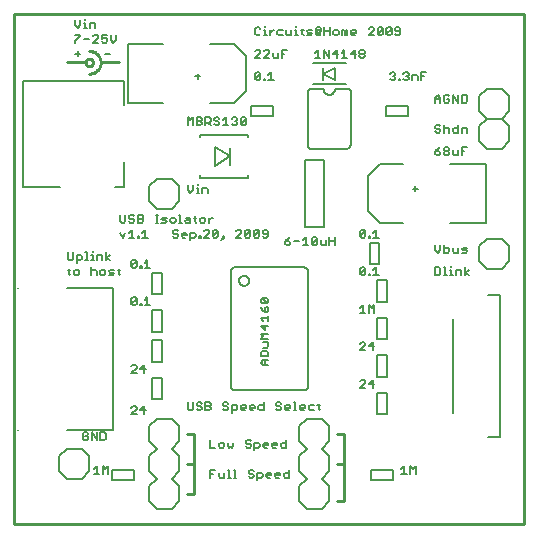
<source format=gto>
G75*
G70*
%OFA0B0*%
%FSLAX24Y24*%
%IPPOS*%
%LPD*%
%AMOC8*
5,1,8,0,0,1.08239X$1,22.5*
%
%ADD10C,0.0100*%
%ADD11C,0.0060*%
%ADD12C,0.0080*%
%ADD13C,0.0050*%
D10*
X003054Y000232D02*
X003054Y017232D01*
X020054Y017232D01*
X020054Y000232D01*
X003054Y000232D01*
X008804Y001232D02*
X009054Y001232D01*
X009054Y002232D01*
X009054Y003232D01*
X008804Y003232D01*
X008804Y002232D02*
X009054Y002232D01*
X013804Y002232D02*
X014054Y002232D01*
X014054Y003232D01*
X013804Y003232D01*
X014054Y002232D02*
X014054Y000982D01*
X013804Y000982D01*
X006554Y015607D02*
X005929Y015607D01*
X005429Y015607D02*
X005431Y015629D01*
X005437Y015650D01*
X005446Y015669D01*
X005458Y015687D01*
X005474Y015703D01*
X005491Y015715D01*
X005511Y015724D01*
X005532Y015730D01*
X005554Y015732D01*
X005576Y015730D01*
X005597Y015724D01*
X005616Y015715D01*
X005634Y015703D01*
X005650Y015687D01*
X005662Y015669D01*
X005671Y015650D01*
X005677Y015629D01*
X005679Y015607D01*
X005677Y015585D01*
X005671Y015564D01*
X005662Y015545D01*
X005650Y015527D01*
X005634Y015511D01*
X005617Y015499D01*
X005597Y015490D01*
X005576Y015484D01*
X005554Y015482D01*
X005532Y015484D01*
X005511Y015490D01*
X005491Y015499D01*
X005474Y015511D01*
X005458Y015527D01*
X005446Y015544D01*
X005437Y015564D01*
X005431Y015585D01*
X005429Y015607D01*
X004804Y015607D01*
X005554Y015232D02*
X005591Y015234D01*
X005627Y015239D01*
X005663Y015248D01*
X005698Y015261D01*
X005731Y015276D01*
X005762Y015295D01*
X005792Y015317D01*
X005819Y015342D01*
X005844Y015369D01*
X005866Y015399D01*
X005885Y015430D01*
X005900Y015463D01*
X005913Y015498D01*
X005922Y015534D01*
X005927Y015570D01*
X005929Y015607D01*
X005927Y015644D01*
X005922Y015680D01*
X005913Y015716D01*
X005900Y015751D01*
X005885Y015784D01*
X005866Y015815D01*
X005844Y015845D01*
X005819Y015872D01*
X005792Y015897D01*
X005762Y015919D01*
X005731Y015938D01*
X005698Y015953D01*
X005663Y015966D01*
X005627Y015975D01*
X005591Y015980D01*
X005554Y015982D01*
D11*
X005673Y016262D02*
X005847Y016435D01*
X005847Y016479D01*
X005803Y016522D01*
X005716Y016522D01*
X005673Y016479D01*
X005552Y016392D02*
X005379Y016392D01*
X005257Y016479D02*
X005084Y016305D01*
X005084Y016262D01*
X005084Y016522D02*
X005257Y016522D01*
X005257Y016479D01*
X005171Y016762D02*
X005257Y016849D01*
X005257Y017022D01*
X005379Y016935D02*
X005422Y016935D01*
X005422Y016762D01*
X005379Y016762D02*
X005465Y016762D01*
X005575Y016762D02*
X005575Y016935D01*
X005705Y016935D01*
X005748Y016892D01*
X005748Y016762D01*
X005968Y016522D02*
X005968Y016392D01*
X006055Y016435D01*
X006098Y016435D01*
X006141Y016392D01*
X006141Y016305D01*
X006098Y016262D01*
X006011Y016262D01*
X005968Y016305D01*
X005847Y016262D02*
X005673Y016262D01*
X005968Y016522D02*
X006141Y016522D01*
X006262Y016522D02*
X006262Y016349D01*
X006349Y016262D01*
X006436Y016349D01*
X006436Y016522D01*
X006257Y015892D02*
X006084Y015892D01*
X005257Y015892D02*
X005084Y015892D01*
X005171Y015979D02*
X005171Y015805D01*
X005171Y016762D02*
X005084Y016849D01*
X005084Y017022D01*
X005422Y017022D02*
X005422Y017065D01*
X009084Y015142D02*
X009257Y015142D01*
X009171Y015229D02*
X009171Y015055D01*
X011084Y015055D02*
X011257Y015229D01*
X011257Y015055D01*
X011214Y015012D01*
X011127Y015012D01*
X011084Y015055D01*
X011084Y015229D01*
X011127Y015272D01*
X011214Y015272D01*
X011257Y015229D01*
X011379Y015055D02*
X011422Y015055D01*
X011422Y015012D01*
X011379Y015012D01*
X011379Y015055D01*
X011526Y015012D02*
X011699Y015012D01*
X011613Y015012D02*
X011613Y015272D01*
X011526Y015185D01*
X011552Y015762D02*
X011379Y015762D01*
X011552Y015935D01*
X011552Y015979D01*
X011509Y016022D01*
X011422Y016022D01*
X011379Y015979D01*
X011257Y015979D02*
X011214Y016022D01*
X011127Y016022D01*
X011084Y015979D01*
X011257Y015979D02*
X011257Y015935D01*
X011084Y015762D01*
X011257Y015762D01*
X011673Y015805D02*
X011716Y015762D01*
X011847Y015762D01*
X011847Y015935D01*
X011968Y015892D02*
X012055Y015892D01*
X012141Y016022D02*
X011968Y016022D01*
X011968Y015762D01*
X011673Y015805D02*
X011673Y015935D01*
X011575Y016512D02*
X011575Y016685D01*
X011575Y016599D02*
X011662Y016685D01*
X011705Y016685D01*
X011820Y016642D02*
X011820Y016555D01*
X011864Y016512D01*
X011994Y016512D01*
X012115Y016555D02*
X012115Y016685D01*
X011994Y016685D02*
X011864Y016685D01*
X011820Y016642D01*
X011465Y016512D02*
X011379Y016512D01*
X011422Y016512D02*
X011422Y016685D01*
X011379Y016685D01*
X011422Y016772D02*
X011422Y016815D01*
X011257Y016729D02*
X011214Y016772D01*
X011127Y016772D01*
X011084Y016729D01*
X011084Y016555D01*
X011127Y016512D01*
X011214Y016512D01*
X011257Y016555D01*
X012115Y016555D02*
X012158Y016512D01*
X012289Y016512D01*
X012289Y016685D01*
X012410Y016685D02*
X012453Y016685D01*
X012453Y016512D01*
X012410Y016512D02*
X012496Y016512D01*
X012649Y016555D02*
X012649Y016729D01*
X012606Y016685D02*
X012693Y016685D01*
X012803Y016642D02*
X012846Y016685D01*
X012976Y016685D01*
X012933Y016599D02*
X012846Y016599D01*
X012803Y016642D01*
X012803Y016512D02*
X012933Y016512D01*
X012976Y016555D01*
X012933Y016599D01*
X013097Y016555D02*
X013097Y016729D01*
X013141Y016772D01*
X013227Y016772D01*
X013271Y016729D01*
X013271Y016642D01*
X013227Y016599D01*
X013227Y016685D01*
X013141Y016685D01*
X013141Y016599D01*
X013227Y016599D01*
X013271Y016555D02*
X013227Y016512D01*
X013141Y016512D01*
X013097Y016555D01*
X012693Y016512D02*
X012649Y016555D01*
X012453Y016772D02*
X012453Y016815D01*
X013392Y016772D02*
X013392Y016512D01*
X013392Y016642D02*
X013565Y016642D01*
X013686Y016642D02*
X013686Y016555D01*
X013730Y016512D01*
X013817Y016512D01*
X013860Y016555D01*
X013860Y016642D01*
X013817Y016685D01*
X013730Y016685D01*
X013686Y016642D01*
X013565Y016772D02*
X013565Y016512D01*
X013981Y016512D02*
X013981Y016685D01*
X014024Y016685D01*
X014068Y016642D01*
X014111Y016685D01*
X014155Y016642D01*
X014155Y016512D01*
X014068Y016512D02*
X014068Y016642D01*
X014276Y016642D02*
X014276Y016555D01*
X014319Y016512D01*
X014406Y016512D01*
X014449Y016599D02*
X014276Y016599D01*
X014276Y016642D02*
X014319Y016685D01*
X014406Y016685D01*
X014449Y016642D01*
X014449Y016599D01*
X014865Y016512D02*
X015039Y016685D01*
X015039Y016729D01*
X014995Y016772D01*
X014908Y016772D01*
X014865Y016729D01*
X014865Y016512D02*
X015039Y016512D01*
X015160Y016555D02*
X015333Y016729D01*
X015333Y016555D01*
X015290Y016512D01*
X015203Y016512D01*
X015160Y016555D01*
X015160Y016729D01*
X015203Y016772D01*
X015290Y016772D01*
X015333Y016729D01*
X015454Y016729D02*
X015454Y016555D01*
X015628Y016729D01*
X015628Y016555D01*
X015584Y016512D01*
X015498Y016512D01*
X015454Y016555D01*
X015454Y016729D02*
X015498Y016772D01*
X015584Y016772D01*
X015628Y016729D01*
X015749Y016729D02*
X015792Y016772D01*
X015879Y016772D01*
X015922Y016729D01*
X015922Y016555D01*
X015879Y016512D01*
X015792Y016512D01*
X015749Y016555D01*
X015792Y016642D02*
X015922Y016642D01*
X015792Y016642D02*
X015749Y016685D01*
X015749Y016729D01*
X014731Y015979D02*
X014731Y015935D01*
X014687Y015892D01*
X014600Y015892D01*
X014557Y015935D01*
X014557Y015979D01*
X014600Y016022D01*
X014687Y016022D01*
X014731Y015979D01*
X014687Y015892D02*
X014731Y015849D01*
X014731Y015805D01*
X014687Y015762D01*
X014600Y015762D01*
X014557Y015805D01*
X014557Y015849D01*
X014600Y015892D01*
X014436Y015892D02*
X014262Y015892D01*
X014393Y016022D01*
X014393Y015762D01*
X014141Y015762D02*
X013968Y015762D01*
X014055Y015762D02*
X014055Y016022D01*
X013968Y015935D01*
X013847Y015892D02*
X013673Y015892D01*
X013803Y016022D01*
X013803Y015762D01*
X013552Y015762D02*
X013552Y016022D01*
X013379Y016022D02*
X013552Y015762D01*
X013379Y015762D02*
X013379Y016022D01*
X013171Y016022D02*
X013171Y015762D01*
X013257Y015762D02*
X013084Y015762D01*
X013084Y015935D02*
X013171Y016022D01*
X015584Y015229D02*
X015627Y015272D01*
X015714Y015272D01*
X015757Y015229D01*
X015757Y015185D01*
X015714Y015142D01*
X015757Y015099D01*
X015757Y015055D01*
X015714Y015012D01*
X015627Y015012D01*
X015584Y015055D01*
X015671Y015142D02*
X015714Y015142D01*
X015879Y015055D02*
X015922Y015055D01*
X015922Y015012D01*
X015879Y015012D01*
X015879Y015055D01*
X016026Y015055D02*
X016069Y015012D01*
X016156Y015012D01*
X016199Y015055D01*
X016199Y015099D01*
X016156Y015142D01*
X016113Y015142D01*
X016156Y015142D02*
X016199Y015185D01*
X016199Y015229D01*
X016156Y015272D01*
X016069Y015272D01*
X016026Y015229D01*
X016320Y015185D02*
X016451Y015185D01*
X016494Y015142D01*
X016494Y015012D01*
X016615Y015012D02*
X016615Y015272D01*
X016789Y015272D01*
X016702Y015142D02*
X016615Y015142D01*
X016320Y015185D02*
X016320Y015012D01*
X017084Y014435D02*
X017171Y014522D01*
X017257Y014435D01*
X017257Y014262D01*
X017379Y014305D02*
X017422Y014262D01*
X017509Y014262D01*
X017552Y014305D01*
X017552Y014392D01*
X017465Y014392D01*
X017379Y014479D02*
X017379Y014305D01*
X017257Y014392D02*
X017084Y014392D01*
X017084Y014435D02*
X017084Y014262D01*
X017379Y014479D02*
X017422Y014522D01*
X017509Y014522D01*
X017552Y014479D01*
X017673Y014522D02*
X017847Y014262D01*
X017847Y014522D01*
X017968Y014522D02*
X018098Y014522D01*
X018141Y014479D01*
X018141Y014305D01*
X018098Y014262D01*
X017968Y014262D01*
X017968Y014522D01*
X017673Y014522D02*
X017673Y014262D01*
X017847Y013522D02*
X017847Y013262D01*
X017716Y013262D01*
X017673Y013305D01*
X017673Y013392D01*
X017716Y013435D01*
X017847Y013435D01*
X017968Y013435D02*
X017968Y013262D01*
X018141Y013262D02*
X018141Y013392D01*
X018098Y013435D01*
X017968Y013435D01*
X017552Y013392D02*
X017552Y013262D01*
X017552Y013392D02*
X017509Y013435D01*
X017422Y013435D01*
X017379Y013392D01*
X017257Y013349D02*
X017257Y013305D01*
X017214Y013262D01*
X017127Y013262D01*
X017084Y013305D01*
X017127Y013392D02*
X017214Y013392D01*
X017257Y013349D01*
X017257Y013479D02*
X017214Y013522D01*
X017127Y013522D01*
X017084Y013479D01*
X017084Y013435D01*
X017127Y013392D01*
X017379Y013522D02*
X017379Y013262D01*
X017422Y012772D02*
X017509Y012772D01*
X017552Y012729D01*
X017552Y012685D01*
X017509Y012642D01*
X017422Y012642D01*
X017379Y012685D01*
X017379Y012729D01*
X017422Y012772D01*
X017422Y012642D02*
X017379Y012599D01*
X017379Y012555D01*
X017422Y012512D01*
X017509Y012512D01*
X017552Y012555D01*
X017552Y012599D01*
X017509Y012642D01*
X017673Y012685D02*
X017673Y012555D01*
X017716Y012512D01*
X017847Y012512D01*
X017847Y012685D01*
X017968Y012642D02*
X018055Y012642D01*
X018141Y012772D02*
X017968Y012772D01*
X017968Y012512D01*
X017257Y012555D02*
X017257Y012599D01*
X017214Y012642D01*
X017084Y012642D01*
X017084Y012555D01*
X017127Y012512D01*
X017214Y012512D01*
X017257Y012555D01*
X017084Y012642D02*
X017171Y012729D01*
X017257Y012772D01*
X016421Y011479D02*
X016421Y011305D01*
X016507Y011392D02*
X016334Y011392D01*
X015113Y010022D02*
X015113Y009762D01*
X015199Y009762D02*
X015026Y009762D01*
X014922Y009762D02*
X014879Y009762D01*
X014879Y009805D01*
X014922Y009805D01*
X014922Y009762D01*
X014757Y009805D02*
X014714Y009762D01*
X014627Y009762D01*
X014584Y009805D01*
X014757Y009979D01*
X014757Y009805D01*
X014584Y009805D02*
X014584Y009979D01*
X014627Y010022D01*
X014714Y010022D01*
X014757Y009979D01*
X015026Y009935D02*
X015113Y010022D01*
X013731Y009772D02*
X013731Y009512D01*
X013731Y009642D02*
X013557Y009642D01*
X013436Y009685D02*
X013436Y009512D01*
X013306Y009512D01*
X013262Y009555D01*
X013262Y009685D01*
X013141Y009729D02*
X012968Y009555D01*
X013011Y009512D01*
X013098Y009512D01*
X013141Y009555D01*
X013141Y009729D01*
X013098Y009772D01*
X013011Y009772D01*
X012968Y009729D01*
X012968Y009555D01*
X012847Y009512D02*
X012673Y009512D01*
X012760Y009512D02*
X012760Y009772D01*
X012673Y009685D01*
X012552Y009642D02*
X012379Y009642D01*
X012257Y009599D02*
X012214Y009642D01*
X012084Y009642D01*
X012084Y009555D01*
X012127Y009512D01*
X012214Y009512D01*
X012257Y009555D01*
X012257Y009599D01*
X012171Y009729D02*
X012084Y009642D01*
X012171Y009729D02*
X012257Y009772D01*
X011503Y009805D02*
X011459Y009762D01*
X011373Y009762D01*
X011329Y009805D01*
X011373Y009892D02*
X011329Y009935D01*
X011329Y009979D01*
X011373Y010022D01*
X011459Y010022D01*
X011503Y009979D01*
X011503Y009805D01*
X011503Y009892D02*
X011373Y009892D01*
X011208Y009979D02*
X011035Y009805D01*
X011078Y009762D01*
X011165Y009762D01*
X011208Y009805D01*
X011208Y009979D01*
X011165Y010022D01*
X011078Y010022D01*
X011035Y009979D01*
X011035Y009805D01*
X010914Y009805D02*
X010870Y009762D01*
X010783Y009762D01*
X010740Y009805D01*
X010914Y009979D01*
X010914Y009805D01*
X010914Y009979D02*
X010870Y010022D01*
X010783Y010022D01*
X010740Y009979D01*
X010740Y009805D01*
X010619Y009762D02*
X010445Y009762D01*
X010619Y009935D01*
X010619Y009979D01*
X010576Y010022D01*
X010489Y010022D01*
X010445Y009979D01*
X010041Y009805D02*
X010041Y009762D01*
X009998Y009762D01*
X009998Y009805D01*
X010041Y009805D01*
X010041Y009762D02*
X009954Y009675D01*
X009833Y009805D02*
X009790Y009762D01*
X009703Y009762D01*
X009660Y009805D01*
X009833Y009979D01*
X009833Y009805D01*
X009660Y009805D02*
X009660Y009979D01*
X009703Y010022D01*
X009790Y010022D01*
X009833Y009979D01*
X009539Y009979D02*
X009539Y009935D01*
X009365Y009762D01*
X009539Y009762D01*
X009261Y009762D02*
X009261Y009805D01*
X009218Y009805D01*
X009218Y009762D01*
X009261Y009762D01*
X009097Y009805D02*
X009053Y009762D01*
X008923Y009762D01*
X008923Y009675D02*
X008923Y009935D01*
X009053Y009935D01*
X009097Y009892D01*
X009097Y009805D01*
X009365Y009979D02*
X009408Y010022D01*
X009495Y010022D01*
X009539Y009979D01*
X009530Y010262D02*
X009530Y010435D01*
X009530Y010349D02*
X009617Y010435D01*
X009660Y010435D01*
X009409Y010392D02*
X009366Y010435D01*
X009279Y010435D01*
X009236Y010392D01*
X009236Y010305D01*
X009279Y010262D01*
X009366Y010262D01*
X009409Y010305D01*
X009409Y010392D01*
X009126Y010435D02*
X009039Y010435D01*
X009083Y010479D02*
X009083Y010305D01*
X009126Y010262D01*
X008918Y010262D02*
X008918Y010392D01*
X008875Y010435D01*
X008788Y010435D01*
X008788Y010349D02*
X008918Y010349D01*
X008918Y010262D02*
X008788Y010262D01*
X008745Y010305D01*
X008788Y010349D01*
X008635Y010262D02*
X008548Y010262D01*
X008591Y010262D02*
X008591Y010522D01*
X008548Y010522D01*
X008427Y010392D02*
X008384Y010435D01*
X008297Y010435D01*
X008254Y010392D01*
X008254Y010305D01*
X008297Y010262D01*
X008384Y010262D01*
X008427Y010305D01*
X008427Y010392D01*
X008132Y010435D02*
X008002Y010435D01*
X007959Y010392D01*
X008002Y010349D01*
X008089Y010349D01*
X008132Y010305D01*
X008089Y010262D01*
X007959Y010262D01*
X007849Y010262D02*
X007762Y010262D01*
X007806Y010262D02*
X007806Y010522D01*
X007849Y010522D02*
X007762Y010522D01*
X007347Y010479D02*
X007347Y010435D01*
X007303Y010392D01*
X007173Y010392D01*
X007052Y010349D02*
X007052Y010305D01*
X007009Y010262D01*
X006922Y010262D01*
X006879Y010305D01*
X006922Y010392D02*
X007009Y010392D01*
X007052Y010349D01*
X007052Y010479D02*
X007009Y010522D01*
X006922Y010522D01*
X006879Y010479D01*
X006879Y010435D01*
X006922Y010392D01*
X006757Y010305D02*
X006714Y010262D01*
X006627Y010262D01*
X006584Y010305D01*
X006584Y010522D01*
X006757Y010522D02*
X006757Y010305D01*
X006965Y010022D02*
X006965Y009762D01*
X006879Y009762D02*
X007052Y009762D01*
X007173Y009762D02*
X007173Y009805D01*
X007216Y009805D01*
X007216Y009762D01*
X007173Y009762D01*
X007320Y009762D02*
X007494Y009762D01*
X007407Y009762D02*
X007407Y010022D01*
X007320Y009935D01*
X007303Y010262D02*
X007173Y010262D01*
X007173Y010522D01*
X007303Y010522D01*
X007347Y010479D01*
X007303Y010392D02*
X007347Y010349D01*
X007347Y010305D01*
X007303Y010262D01*
X006965Y010022D02*
X006879Y009935D01*
X006757Y009935D02*
X006671Y009762D01*
X006584Y009935D01*
X006111Y009272D02*
X006111Y009012D01*
X006111Y009099D02*
X006241Y009012D01*
X006111Y009099D02*
X006241Y009185D01*
X005989Y009142D02*
X005989Y009012D01*
X005989Y009142D02*
X005946Y009185D01*
X005816Y009185D01*
X005816Y009012D01*
X005706Y009012D02*
X005620Y009012D01*
X005663Y009012D02*
X005663Y009185D01*
X005620Y009185D01*
X005663Y009272D02*
X005663Y009315D01*
X005466Y009272D02*
X005466Y009012D01*
X005423Y009012D02*
X005510Y009012D01*
X005302Y009055D02*
X005259Y009012D01*
X005129Y009012D01*
X005129Y008925D02*
X005129Y009185D01*
X005259Y009185D01*
X005302Y009142D01*
X005302Y009055D01*
X005620Y008772D02*
X005620Y008512D01*
X005620Y008642D02*
X005663Y008685D01*
X005750Y008685D01*
X005793Y008642D01*
X005793Y008512D01*
X005914Y008555D02*
X005914Y008642D01*
X005958Y008685D01*
X006044Y008685D01*
X006088Y008642D01*
X006088Y008555D01*
X006044Y008512D01*
X005958Y008512D01*
X005914Y008555D01*
X006209Y008512D02*
X006339Y008512D01*
X006382Y008555D01*
X006339Y008599D01*
X006252Y008599D01*
X006209Y008642D01*
X006252Y008685D01*
X006382Y008685D01*
X006504Y008685D02*
X006590Y008685D01*
X006547Y008729D02*
X006547Y008555D01*
X006590Y008512D01*
X006959Y008805D02*
X007132Y008979D01*
X007132Y008805D01*
X007089Y008762D01*
X007002Y008762D01*
X006959Y008805D01*
X006959Y008979D01*
X007002Y009022D01*
X007089Y009022D01*
X007132Y008979D01*
X007254Y008805D02*
X007297Y008805D01*
X007297Y008762D01*
X007254Y008762D01*
X007254Y008805D01*
X007401Y008762D02*
X007574Y008762D01*
X007488Y008762D02*
X007488Y009022D01*
X007401Y008935D01*
X008334Y009805D02*
X008377Y009762D01*
X008464Y009762D01*
X008507Y009805D01*
X008507Y009849D01*
X008464Y009892D01*
X008377Y009892D01*
X008334Y009935D01*
X008334Y009979D01*
X008377Y010022D01*
X008464Y010022D01*
X008507Y009979D01*
X008629Y009892D02*
X008672Y009935D01*
X008759Y009935D01*
X008802Y009892D01*
X008802Y009849D01*
X008629Y009849D01*
X008629Y009892D02*
X008629Y009805D01*
X008672Y009762D01*
X008759Y009762D01*
X008921Y011262D02*
X009007Y011349D01*
X009007Y011522D01*
X009129Y011435D02*
X009172Y011435D01*
X009172Y011262D01*
X009129Y011262D02*
X009215Y011262D01*
X009325Y011262D02*
X009325Y011435D01*
X009455Y011435D01*
X009498Y011392D01*
X009498Y011262D01*
X009172Y011522D02*
X009172Y011565D01*
X008834Y011522D02*
X008834Y011349D01*
X008921Y011262D01*
X009007Y013512D02*
X009007Y013772D01*
X008921Y013685D01*
X008834Y013772D01*
X008834Y013512D01*
X009129Y013512D02*
X009129Y013772D01*
X009259Y013772D01*
X009302Y013729D01*
X009302Y013685D01*
X009259Y013642D01*
X009129Y013642D01*
X009259Y013642D02*
X009302Y013599D01*
X009302Y013555D01*
X009259Y013512D01*
X009129Y013512D01*
X009423Y013512D02*
X009423Y013772D01*
X009553Y013772D01*
X009597Y013729D01*
X009597Y013642D01*
X009553Y013599D01*
X009423Y013599D01*
X009510Y013599D02*
X009597Y013512D01*
X009718Y013555D02*
X009761Y013512D01*
X009848Y013512D01*
X009891Y013555D01*
X009891Y013599D01*
X009848Y013642D01*
X009761Y013642D01*
X009718Y013685D01*
X009718Y013729D01*
X009761Y013772D01*
X009848Y013772D01*
X009891Y013729D01*
X010012Y013685D02*
X010099Y013772D01*
X010099Y013512D01*
X010012Y013512D02*
X010186Y013512D01*
X010307Y013555D02*
X010350Y013512D01*
X010437Y013512D01*
X010481Y013555D01*
X010481Y013599D01*
X010437Y013642D01*
X010394Y013642D01*
X010437Y013642D02*
X010481Y013685D01*
X010481Y013729D01*
X010437Y013772D01*
X010350Y013772D01*
X010307Y013729D01*
X010602Y013729D02*
X010602Y013555D01*
X010775Y013729D01*
X010775Y013555D01*
X010732Y013512D01*
X010645Y013512D01*
X010602Y013555D01*
X010602Y013729D02*
X010645Y013772D01*
X010732Y013772D01*
X010775Y013729D01*
X013557Y009772D02*
X013557Y009512D01*
X014584Y008729D02*
X014627Y008772D01*
X014714Y008772D01*
X014757Y008729D01*
X014584Y008555D01*
X014627Y008512D01*
X014714Y008512D01*
X014757Y008555D01*
X014757Y008729D01*
X014584Y008729D02*
X014584Y008555D01*
X014879Y008555D02*
X014922Y008555D01*
X014922Y008512D01*
X014879Y008512D01*
X014879Y008555D01*
X015026Y008512D02*
X015199Y008512D01*
X015113Y008512D02*
X015113Y008772D01*
X015026Y008685D01*
X015052Y007522D02*
X015052Y007262D01*
X014879Y007262D02*
X014879Y007522D01*
X014965Y007435D01*
X015052Y007522D01*
X014671Y007522D02*
X014671Y007262D01*
X014757Y007262D02*
X014584Y007262D01*
X014584Y007435D02*
X014671Y007522D01*
X014714Y006272D02*
X014627Y006272D01*
X014584Y006229D01*
X014714Y006272D02*
X014757Y006229D01*
X014757Y006185D01*
X014584Y006012D01*
X014757Y006012D01*
X014879Y006142D02*
X015052Y006142D01*
X015009Y006272D02*
X014879Y006142D01*
X015009Y006012D02*
X015009Y006272D01*
X015009Y005022D02*
X014879Y004892D01*
X015052Y004892D01*
X015009Y004762D02*
X015009Y005022D01*
X014757Y004979D02*
X014714Y005022D01*
X014627Y005022D01*
X014584Y004979D01*
X014757Y004979D02*
X014757Y004935D01*
X014584Y004762D01*
X014757Y004762D01*
X013242Y004185D02*
X013155Y004185D01*
X013199Y004229D02*
X013199Y004055D01*
X013242Y004012D01*
X013034Y004012D02*
X012904Y004012D01*
X012861Y004055D01*
X012861Y004142D01*
X012904Y004185D01*
X013034Y004185D01*
X012739Y004142D02*
X012739Y004099D01*
X012566Y004099D01*
X012566Y004142D02*
X012609Y004185D01*
X012696Y004185D01*
X012739Y004142D01*
X012696Y004012D02*
X012609Y004012D01*
X012566Y004055D01*
X012566Y004142D01*
X012456Y004012D02*
X012370Y004012D01*
X012413Y004012D02*
X012413Y004272D01*
X012370Y004272D01*
X012248Y004142D02*
X012248Y004099D01*
X012075Y004099D01*
X012075Y004142D02*
X012118Y004185D01*
X012205Y004185D01*
X012248Y004142D01*
X012205Y004012D02*
X012118Y004012D01*
X012075Y004055D01*
X012075Y004142D01*
X011954Y004099D02*
X011954Y004055D01*
X011910Y004012D01*
X011824Y004012D01*
X011780Y004055D01*
X011824Y004142D02*
X011910Y004142D01*
X011954Y004099D01*
X011954Y004229D02*
X011910Y004272D01*
X011824Y004272D01*
X011780Y004229D01*
X011780Y004185D01*
X011824Y004142D01*
X011364Y004185D02*
X011234Y004185D01*
X011191Y004142D01*
X011191Y004055D01*
X011234Y004012D01*
X011364Y004012D01*
X011364Y004272D01*
X011070Y004142D02*
X011070Y004099D01*
X010896Y004099D01*
X010896Y004142D02*
X010940Y004185D01*
X011026Y004185D01*
X011070Y004142D01*
X011026Y004012D02*
X010940Y004012D01*
X010896Y004055D01*
X010896Y004142D01*
X010775Y004142D02*
X010775Y004099D01*
X010602Y004099D01*
X010602Y004142D02*
X010645Y004185D01*
X010732Y004185D01*
X010775Y004142D01*
X010732Y004012D02*
X010645Y004012D01*
X010602Y004055D01*
X010602Y004142D01*
X010481Y004142D02*
X010481Y004055D01*
X010437Y004012D01*
X010307Y004012D01*
X010307Y003925D02*
X010307Y004185D01*
X010437Y004185D01*
X010481Y004142D01*
X010186Y004099D02*
X010186Y004055D01*
X010143Y004012D01*
X010056Y004012D01*
X010012Y004055D01*
X010056Y004142D02*
X010143Y004142D01*
X010186Y004099D01*
X010186Y004229D02*
X010143Y004272D01*
X010056Y004272D01*
X010012Y004229D01*
X010012Y004185D01*
X010056Y004142D01*
X009597Y004185D02*
X009597Y004229D01*
X009553Y004272D01*
X009423Y004272D01*
X009423Y004012D01*
X009553Y004012D01*
X009597Y004055D01*
X009597Y004099D01*
X009553Y004142D01*
X009423Y004142D01*
X009302Y004099D02*
X009302Y004055D01*
X009259Y004012D01*
X009172Y004012D01*
X009129Y004055D01*
X009172Y004142D02*
X009259Y004142D01*
X009302Y004099D01*
X009302Y004229D02*
X009259Y004272D01*
X009172Y004272D01*
X009129Y004229D01*
X009129Y004185D01*
X009172Y004142D01*
X009007Y004055D02*
X008964Y004012D01*
X008877Y004012D01*
X008834Y004055D01*
X008834Y004272D01*
X009007Y004272D02*
X009007Y004055D01*
X009553Y004142D02*
X009597Y004185D01*
X009584Y003022D02*
X009584Y002762D01*
X009757Y002762D01*
X009879Y002805D02*
X009922Y002762D01*
X010009Y002762D01*
X010052Y002805D01*
X010052Y002892D01*
X010009Y002935D01*
X009922Y002935D01*
X009879Y002892D01*
X009879Y002805D01*
X010173Y002805D02*
X010216Y002762D01*
X010260Y002805D01*
X010303Y002762D01*
X010347Y002805D01*
X010347Y002935D01*
X010173Y002935D02*
X010173Y002805D01*
X010762Y002805D02*
X010806Y002762D01*
X010893Y002762D01*
X010936Y002805D01*
X010936Y002849D01*
X010893Y002892D01*
X010806Y002892D01*
X010762Y002935D01*
X010762Y002979D01*
X010806Y003022D01*
X010893Y003022D01*
X010936Y002979D01*
X011057Y002935D02*
X011187Y002935D01*
X011231Y002892D01*
X011231Y002805D01*
X011187Y002762D01*
X011057Y002762D01*
X011057Y002675D02*
X011057Y002935D01*
X011352Y002892D02*
X011395Y002935D01*
X011482Y002935D01*
X011525Y002892D01*
X011525Y002849D01*
X011352Y002849D01*
X011352Y002892D02*
X011352Y002805D01*
X011395Y002762D01*
X011482Y002762D01*
X011646Y002805D02*
X011646Y002892D01*
X011690Y002935D01*
X011776Y002935D01*
X011820Y002892D01*
X011820Y002849D01*
X011646Y002849D01*
X011646Y002805D02*
X011690Y002762D01*
X011776Y002762D01*
X011941Y002805D02*
X011941Y002892D01*
X011984Y002935D01*
X012114Y002935D01*
X012114Y003022D02*
X012114Y002762D01*
X011984Y002762D01*
X011941Y002805D01*
X012213Y002022D02*
X012213Y001762D01*
X012083Y001762D01*
X012039Y001805D01*
X012039Y001892D01*
X012083Y001935D01*
X012213Y001935D01*
X011918Y001892D02*
X011918Y001849D01*
X011745Y001849D01*
X011745Y001892D02*
X011788Y001935D01*
X011875Y001935D01*
X011918Y001892D01*
X011875Y001762D02*
X011788Y001762D01*
X011745Y001805D01*
X011745Y001892D01*
X011623Y001892D02*
X011623Y001849D01*
X011450Y001849D01*
X011450Y001892D02*
X011493Y001935D01*
X011580Y001935D01*
X011623Y001892D01*
X011580Y001762D02*
X011493Y001762D01*
X011450Y001805D01*
X011450Y001892D01*
X011329Y001892D02*
X011285Y001935D01*
X011155Y001935D01*
X011155Y001675D01*
X011155Y001762D02*
X011285Y001762D01*
X011329Y001805D01*
X011329Y001892D01*
X011034Y001849D02*
X011034Y001805D01*
X010991Y001762D01*
X010904Y001762D01*
X010861Y001805D01*
X010904Y001892D02*
X010991Y001892D01*
X011034Y001849D01*
X011034Y001979D02*
X010991Y002022D01*
X010904Y002022D01*
X010861Y001979D01*
X010861Y001935D01*
X010904Y001892D01*
X010456Y001762D02*
X010370Y001762D01*
X010413Y001762D02*
X010413Y002022D01*
X010370Y002022D01*
X010216Y002022D02*
X010216Y001762D01*
X010173Y001762D02*
X010260Y001762D01*
X010052Y001762D02*
X010052Y001935D01*
X010173Y002022D02*
X010216Y002022D01*
X010052Y001762D02*
X009922Y001762D01*
X009879Y001805D01*
X009879Y001935D01*
X009757Y002022D02*
X009584Y002022D01*
X009584Y001762D01*
X009584Y001892D02*
X009671Y001892D01*
X007384Y003887D02*
X007384Y004147D01*
X007254Y004017D01*
X007427Y004017D01*
X007132Y004060D02*
X007132Y004104D01*
X007089Y004147D01*
X007002Y004147D01*
X006959Y004104D01*
X007132Y004060D02*
X006959Y003887D01*
X007132Y003887D01*
X006097Y003229D02*
X006053Y003272D01*
X005923Y003272D01*
X005923Y003012D01*
X006053Y003012D01*
X006097Y003055D01*
X006097Y003229D01*
X005802Y003272D02*
X005802Y003012D01*
X005629Y003272D01*
X005629Y003012D01*
X005507Y003055D02*
X005507Y003142D01*
X005421Y003142D01*
X005507Y003229D02*
X005464Y003272D01*
X005377Y003272D01*
X005334Y003229D01*
X005334Y003055D01*
X005377Y003012D01*
X005464Y003012D01*
X005507Y003055D01*
X005796Y002147D02*
X005796Y001887D01*
X005882Y001887D02*
X005709Y001887D01*
X005709Y002060D02*
X005796Y002147D01*
X006004Y002147D02*
X006090Y002060D01*
X006177Y002147D01*
X006177Y001887D01*
X006004Y001887D02*
X006004Y002147D01*
X006959Y005262D02*
X007132Y005435D01*
X007132Y005479D01*
X007089Y005522D01*
X007002Y005522D01*
X006959Y005479D01*
X006959Y005262D02*
X007132Y005262D01*
X007254Y005392D02*
X007427Y005392D01*
X007384Y005262D02*
X007384Y005522D01*
X007254Y005392D01*
X007297Y007512D02*
X007254Y007512D01*
X007254Y007555D01*
X007297Y007555D01*
X007297Y007512D01*
X007401Y007512D02*
X007574Y007512D01*
X007488Y007512D02*
X007488Y007772D01*
X007401Y007685D01*
X007132Y007729D02*
X007132Y007555D01*
X007089Y007512D01*
X007002Y007512D01*
X006959Y007555D01*
X007132Y007729D01*
X007089Y007772D01*
X007002Y007772D01*
X006959Y007729D01*
X006959Y007555D01*
X005204Y008555D02*
X005204Y008642D01*
X005160Y008685D01*
X005074Y008685D01*
X005030Y008642D01*
X005030Y008555D01*
X005074Y008512D01*
X005160Y008512D01*
X005204Y008555D01*
X004921Y008512D02*
X004877Y008555D01*
X004877Y008729D01*
X004834Y008685D02*
X004921Y008685D01*
X004964Y009012D02*
X005007Y009055D01*
X005007Y009272D01*
X004834Y009272D02*
X004834Y009055D01*
X004877Y009012D01*
X004964Y009012D01*
X005423Y009272D02*
X005466Y009272D01*
X011264Y007704D02*
X011264Y007618D01*
X011307Y007574D01*
X011481Y007574D01*
X011307Y007748D01*
X011481Y007748D01*
X011524Y007704D01*
X011524Y007618D01*
X011481Y007574D01*
X011481Y007453D02*
X011437Y007453D01*
X011394Y007410D01*
X011394Y007280D01*
X011481Y007280D01*
X011524Y007323D01*
X011524Y007410D01*
X011481Y007453D01*
X011394Y007280D02*
X011307Y007366D01*
X011264Y007453D01*
X011264Y007704D02*
X011307Y007748D01*
X011524Y007159D02*
X011524Y006985D01*
X011524Y007072D02*
X011264Y007072D01*
X011350Y006985D01*
X011394Y006864D02*
X011394Y006690D01*
X011264Y006820D01*
X011524Y006820D01*
X011524Y006569D02*
X011264Y006569D01*
X011350Y006482D01*
X011264Y006396D01*
X011524Y006396D01*
X011524Y006275D02*
X011350Y006275D01*
X011524Y006275D02*
X011524Y006144D01*
X011481Y006101D01*
X011350Y006101D01*
X011307Y005980D02*
X011481Y005980D01*
X011524Y005937D01*
X011524Y005806D01*
X011264Y005806D01*
X011264Y005937D01*
X011307Y005980D01*
X011350Y005685D02*
X011264Y005599D01*
X011350Y005512D01*
X011524Y005512D01*
X011394Y005512D02*
X011394Y005685D01*
X011350Y005685D02*
X011524Y005685D01*
X015959Y002060D02*
X016046Y002147D01*
X016046Y001887D01*
X016132Y001887D02*
X015959Y001887D01*
X016254Y001887D02*
X016254Y002147D01*
X016340Y002060D01*
X016427Y002147D01*
X016427Y001887D01*
X017084Y008512D02*
X017214Y008512D01*
X017257Y008555D01*
X017257Y008729D01*
X017214Y008772D01*
X017084Y008772D01*
X017084Y008512D01*
X017379Y008512D02*
X017465Y008512D01*
X017422Y008512D02*
X017422Y008772D01*
X017379Y008772D01*
X017575Y008685D02*
X017618Y008685D01*
X017618Y008512D01*
X017575Y008512D02*
X017662Y008512D01*
X017771Y008512D02*
X017771Y008685D01*
X017901Y008685D01*
X017945Y008642D01*
X017945Y008512D01*
X018066Y008512D02*
X018066Y008772D01*
X018196Y008685D02*
X018066Y008599D01*
X018196Y008512D01*
X017618Y008772D02*
X017618Y008815D01*
X017716Y009262D02*
X017847Y009262D01*
X017847Y009435D01*
X017968Y009392D02*
X018011Y009435D01*
X018141Y009435D01*
X018098Y009349D02*
X018011Y009349D01*
X017968Y009392D01*
X017968Y009262D02*
X018098Y009262D01*
X018141Y009305D01*
X018098Y009349D01*
X017716Y009262D02*
X017673Y009305D01*
X017673Y009435D01*
X017552Y009392D02*
X017509Y009435D01*
X017379Y009435D01*
X017379Y009522D02*
X017379Y009262D01*
X017509Y009262D01*
X017552Y009305D01*
X017552Y009392D01*
X017257Y009349D02*
X017257Y009522D01*
X017084Y009522D02*
X017084Y009349D01*
X017171Y009262D01*
X017257Y009349D01*
D12*
X017591Y010248D02*
X018772Y010248D01*
X018772Y012216D01*
X017591Y012216D01*
X018554Y012982D02*
X018804Y012732D01*
X019304Y012732D01*
X019554Y012982D01*
X019554Y013482D01*
X019304Y013732D01*
X018804Y013732D01*
X018554Y013982D01*
X018554Y014482D01*
X018804Y014732D01*
X019304Y014732D01*
X019554Y014482D01*
X019554Y013982D01*
X019304Y013732D01*
X018804Y013732D01*
X018554Y013482D01*
X018554Y012982D01*
X016016Y012216D02*
X015229Y012216D01*
X014835Y011822D01*
X014835Y010641D01*
X015229Y010248D01*
X016016Y010248D01*
X018554Y009482D02*
X018554Y008982D01*
X018804Y008732D01*
X019304Y008732D01*
X019554Y008982D01*
X019554Y009482D01*
X019304Y009732D01*
X018804Y009732D01*
X018554Y009482D01*
X018841Y007844D02*
X019235Y007844D01*
X019235Y003120D01*
X018841Y003120D01*
X017660Y003907D02*
X017660Y007057D01*
X013554Y003482D02*
X013304Y003732D01*
X012804Y003732D01*
X012554Y003482D01*
X012554Y002982D01*
X012804Y002732D01*
X012554Y002482D01*
X012554Y001982D01*
X012804Y001732D01*
X012554Y001482D01*
X012554Y000982D01*
X012804Y000732D01*
X013304Y000732D01*
X013554Y000982D01*
X013554Y001482D01*
X013304Y001732D01*
X013554Y001982D01*
X013554Y002482D01*
X013304Y002732D01*
X013554Y002982D01*
X013554Y003482D01*
X012734Y004692D02*
X010374Y004692D01*
X010357Y004694D01*
X010340Y004698D01*
X010324Y004705D01*
X010310Y004715D01*
X010297Y004728D01*
X010287Y004742D01*
X010280Y004758D01*
X010276Y004775D01*
X010274Y004792D01*
X010274Y008672D01*
X010276Y008689D01*
X010280Y008706D01*
X010287Y008722D01*
X010297Y008736D01*
X010310Y008749D01*
X010324Y008759D01*
X010340Y008766D01*
X010357Y008770D01*
X010374Y008772D01*
X012734Y008772D01*
X012751Y008770D01*
X012768Y008766D01*
X012784Y008759D01*
X012798Y008749D01*
X012811Y008736D01*
X012821Y008722D01*
X012828Y008706D01*
X012832Y008689D01*
X012834Y008672D01*
X012834Y004792D01*
X012832Y004775D01*
X012828Y004758D01*
X012821Y004742D01*
X012811Y004728D01*
X012798Y004715D01*
X012784Y004705D01*
X012768Y004698D01*
X012751Y004694D01*
X012734Y004692D01*
X008554Y003482D02*
X008554Y002982D01*
X008304Y002732D01*
X008554Y002482D01*
X008554Y001982D01*
X008304Y001732D01*
X008554Y001482D01*
X008554Y000982D01*
X008304Y000732D01*
X007804Y000732D01*
X007554Y000982D01*
X007554Y001482D01*
X007804Y001732D01*
X007554Y001982D01*
X007554Y002482D01*
X007804Y002732D01*
X007554Y002982D01*
X007554Y003482D01*
X007804Y003732D01*
X008304Y003732D01*
X008554Y003482D01*
X006353Y003370D02*
X006353Y008094D01*
X004818Y008094D01*
X003168Y008094D02*
X003164Y008094D01*
X007554Y010982D02*
X007804Y010732D01*
X008304Y010732D01*
X008554Y010982D01*
X008554Y011482D01*
X008304Y011732D01*
X007804Y011732D01*
X007554Y011482D01*
X007554Y010982D01*
X006698Y011460D02*
X006422Y011460D01*
X006698Y011460D02*
X006698Y012287D01*
X004572Y011460D02*
X003335Y011460D01*
X003335Y015003D01*
X006698Y015003D01*
X006698Y014177D01*
X006835Y014248D02*
X008016Y014248D01*
X006835Y014248D02*
X006835Y016216D01*
X008016Y016216D01*
X009591Y016216D02*
X010379Y016216D01*
X010772Y015822D01*
X010772Y014641D01*
X010379Y014248D01*
X009591Y014248D01*
X009254Y013202D02*
X010854Y013202D01*
X010854Y013122D01*
X010254Y012762D02*
X010254Y012202D01*
X010254Y012482D02*
X009734Y012802D01*
X009734Y012162D01*
X010254Y012482D01*
X010854Y011842D02*
X010854Y011762D01*
X009254Y011762D01*
X009254Y011842D01*
X009254Y013122D02*
X009254Y013202D01*
X012834Y012852D02*
X012834Y012833D01*
X012838Y012814D01*
X012844Y012796D01*
X012854Y012779D01*
X012866Y012764D01*
X012881Y012752D01*
X012897Y012742D01*
X012915Y012736D01*
X012934Y012732D01*
X014114Y012732D01*
X014139Y012735D01*
X014163Y012741D01*
X014186Y012751D01*
X014207Y012764D01*
X014226Y012780D01*
X014242Y012799D01*
X014255Y012820D01*
X014265Y012843D01*
X014271Y012867D01*
X014274Y012892D01*
X014274Y014612D02*
X014276Y014630D01*
X014275Y014647D01*
X014271Y014665D01*
X014263Y014681D01*
X014254Y014696D01*
X014241Y014709D01*
X014227Y014719D01*
X014211Y014727D01*
X014194Y014732D01*
X013754Y014732D01*
X013752Y014705D01*
X013747Y014678D01*
X013737Y014652D01*
X013725Y014628D01*
X013709Y014606D01*
X013691Y014586D01*
X013669Y014569D01*
X013646Y014554D01*
X013621Y014544D01*
X013595Y014536D01*
X013568Y014532D01*
X013540Y014532D01*
X013513Y014536D01*
X013487Y014544D01*
X013462Y014554D01*
X013439Y014569D01*
X013417Y014586D01*
X013399Y014606D01*
X013383Y014628D01*
X013371Y014652D01*
X013361Y014678D01*
X013356Y014705D01*
X013354Y014732D01*
X012934Y014732D01*
X012915Y014728D01*
X012897Y014722D01*
X012881Y014712D01*
X012866Y014700D01*
X012854Y014685D01*
X012844Y014668D01*
X012838Y014650D01*
X012834Y014631D01*
X012834Y014612D01*
X012994Y014872D02*
X014114Y014872D01*
X013754Y015032D02*
X013354Y015232D01*
X013754Y015432D01*
X013754Y015032D01*
X013354Y015032D02*
X013354Y015432D01*
X012994Y015592D02*
X014114Y015592D01*
X010544Y008332D02*
X010546Y008357D01*
X010552Y008382D01*
X010561Y008406D01*
X010574Y008428D01*
X010589Y008448D01*
X010608Y008465D01*
X010629Y008479D01*
X010652Y008490D01*
X010676Y008498D01*
X010701Y008502D01*
X010727Y008502D01*
X010752Y008498D01*
X010776Y008490D01*
X010799Y008479D01*
X010820Y008465D01*
X010839Y008448D01*
X010854Y008428D01*
X010867Y008406D01*
X010876Y008382D01*
X010882Y008357D01*
X010884Y008332D01*
X010882Y008307D01*
X010876Y008282D01*
X010867Y008258D01*
X010854Y008236D01*
X010839Y008216D01*
X010820Y008199D01*
X010799Y008185D01*
X010776Y008174D01*
X010752Y008166D01*
X010727Y008162D01*
X010701Y008162D01*
X010676Y008166D01*
X010652Y008174D01*
X010629Y008185D01*
X010608Y008199D01*
X010589Y008216D01*
X010574Y008236D01*
X010561Y008258D01*
X010552Y008282D01*
X010546Y008307D01*
X010544Y008332D01*
X006353Y003370D02*
X004818Y003370D01*
X004804Y002732D02*
X004554Y002482D01*
X004554Y001982D01*
X004804Y001732D01*
X005304Y001732D01*
X005554Y001982D01*
X005554Y002482D01*
X005304Y002732D01*
X004804Y002732D01*
X003168Y003370D02*
X003164Y003370D01*
X012834Y012852D02*
X012834Y014612D01*
X014273Y014612D02*
X014273Y012892D01*
D13*
X013369Y012354D02*
X012739Y012354D01*
X012739Y010110D01*
X013369Y010110D01*
X013369Y012354D01*
X011664Y013822D02*
X010944Y013822D01*
X010944Y014142D01*
X011664Y014142D01*
X011664Y013822D01*
X015444Y013822D02*
X016164Y013822D01*
X016164Y014142D01*
X015444Y014142D01*
X015444Y013822D01*
X015214Y009592D02*
X014894Y009592D01*
X014894Y008872D01*
X015214Y008872D01*
X015214Y009592D01*
X015144Y008342D02*
X015144Y007622D01*
X015464Y007622D01*
X015464Y008342D01*
X015144Y008342D01*
X015144Y007092D02*
X015144Y006372D01*
X015464Y006372D01*
X015464Y007092D01*
X015144Y007092D01*
X015144Y005842D02*
X015144Y005122D01*
X015464Y005122D01*
X015464Y005842D01*
X015144Y005842D01*
X015144Y004592D02*
X015144Y003872D01*
X015464Y003872D01*
X015464Y004592D01*
X015144Y004592D01*
X014944Y002017D02*
X015664Y002017D01*
X015664Y001697D01*
X014944Y001697D01*
X014944Y002017D01*
X007964Y004372D02*
X007644Y004372D01*
X007644Y005092D01*
X007964Y005092D01*
X007964Y004372D01*
X007964Y005622D02*
X007644Y005622D01*
X007644Y006342D01*
X007964Y006342D01*
X007964Y005622D01*
X007964Y006622D02*
X007644Y006622D01*
X007644Y007342D01*
X007964Y007342D01*
X007964Y006622D01*
X007964Y007872D02*
X007644Y007872D01*
X007644Y008592D01*
X007964Y008592D01*
X007964Y007872D01*
X007039Y002017D02*
X006319Y002017D01*
X006319Y001697D01*
X007039Y001697D01*
X007039Y002017D01*
M02*

</source>
